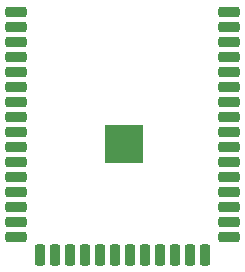
<source format=gbr>
%TF.GenerationSoftware,KiCad,Pcbnew,6.0.11+dfsg-1~bpo11+1*%
%TF.CreationDate,2023-07-13T21:39:36-04:00*%
%TF.ProjectId,Pop-In RP2040,506f702d-496e-4205-9250-323034302e6b,rev?*%
%TF.SameCoordinates,PX5f5e100PY5f5e100*%
%TF.FileFunction,Soldermask,Bot*%
%TF.FilePolarity,Negative*%
%FSLAX46Y46*%
G04 Gerber Fmt 4.6, Leading zero omitted, Abs format (unit mm)*
G04 Created by KiCad (PCBNEW 6.0.11+dfsg-1~bpo11+1) date 2023-07-13 21:39:36*
%MOMM*%
%LPD*%
G01*
G04 APERTURE LIST*
G04 Aperture macros list*
%AMRoundRect*
0 Rectangle with rounded corners*
0 $1 Rounding radius*
0 $2 $3 $4 $5 $6 $7 $8 $9 X,Y pos of 4 corners*
0 Add a 4 corners polygon primitive as box body*
4,1,4,$2,$3,$4,$5,$6,$7,$8,$9,$2,$3,0*
0 Add four circle primitives for the rounded corners*
1,1,$1+$1,$2,$3*
1,1,$1+$1,$4,$5*
1,1,$1+$1,$6,$7*
1,1,$1+$1,$8,$9*
0 Add four rect primitives between the rounded corners*
20,1,$1+$1,$2,$3,$4,$5,0*
20,1,$1+$1,$4,$5,$6,$7,0*
20,1,$1+$1,$6,$7,$8,$9,0*
20,1,$1+$1,$8,$9,$2,$3,0*%
G04 Aperture macros list end*
%ADD10R,3.200000X3.200000*%
%ADD11RoundRect,0.225000X-0.675000X-0.225000X0.675000X-0.225000X0.675000X0.225000X-0.675000X0.225000X0*%
%ADD12RoundRect,0.225000X0.225000X-0.675000X0.225000X0.675000X-0.225000X0.675000X-0.225000X-0.675000X0*%
%ADD13RoundRect,0.225000X0.675000X0.225000X-0.675000X0.225000X-0.675000X-0.225000X0.675000X-0.225000X0*%
G04 APERTURE END LIST*
D10*
%TO.C,U1*%
X84622Y-1638835D03*
%TD*%
D11*
%TO.C,REF\u002A\u002A*%
X-9005378Y9525000D03*
X-9005378Y8255000D03*
X-9005378Y6985000D03*
X-9005378Y5715000D03*
X-9005378Y4445000D03*
X-9005378Y3175000D03*
X-9005378Y1905000D03*
X-9005378Y635000D03*
X-9005378Y-635000D03*
X-9005378Y-1905000D03*
X-9005378Y-3175000D03*
X-9005378Y-4445000D03*
X-9005378Y-5715000D03*
X-9005378Y-6985000D03*
X-9005378Y-8255000D03*
X-9005378Y-9525000D03*
D12*
X-6985000Y-11034588D03*
X-5715000Y-11034588D03*
X-4445000Y-11034588D03*
X-3175000Y-11034588D03*
X-1905000Y-11034588D03*
X-635000Y-11034588D03*
X635000Y-11034588D03*
X1905000Y-11034588D03*
X3175000Y-11034588D03*
X4445000Y-11034588D03*
X5715000Y-11034588D03*
X6985000Y-11034588D03*
D13*
X8974622Y-9525000D03*
X8974622Y-8255000D03*
X8974622Y-6985000D03*
X8974622Y-5715000D03*
X8974622Y-4445000D03*
X8974622Y-3175000D03*
X8974622Y-1905000D03*
X8974622Y-635000D03*
X8974622Y635000D03*
X8974622Y1905000D03*
X8974622Y3175000D03*
X8974622Y4445000D03*
X8974622Y5715000D03*
X8974622Y6985000D03*
X8974622Y8255000D03*
X8974622Y9525000D03*
%TD*%
M02*

</source>
